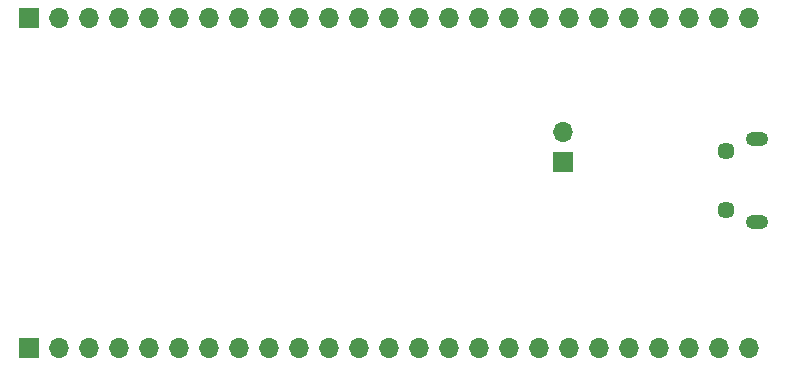
<source format=gbr>
%TF.GenerationSoftware,KiCad,Pcbnew,(5.1.9)-1*%
%TF.CreationDate,2021-12-20T00:17:31+00:00*%
%TF.ProjectId,BM83 breakout,424d3833-2062-4726-9561-6b6f75742e6b,rev?*%
%TF.SameCoordinates,Original*%
%TF.FileFunction,Soldermask,Bot*%
%TF.FilePolarity,Negative*%
%FSLAX46Y46*%
G04 Gerber Fmt 4.6, Leading zero omitted, Abs format (unit mm)*
G04 Created by KiCad (PCBNEW (5.1.9)-1) date 2021-12-20 00:17:31*
%MOMM*%
%LPD*%
G01*
G04 APERTURE LIST*
%ADD10O,1.900000X1.200000*%
%ADD11C,1.450000*%
%ADD12O,1.700000X1.700000*%
%ADD13R,1.700000X1.700000*%
G04 APERTURE END LIST*
D10*
%TO.C,J3*%
X135349500Y-94036000D03*
X135349500Y-101036000D03*
D11*
X132649500Y-95036000D03*
X132649500Y-100036000D03*
%TD*%
D12*
%TO.C,J1*%
X134620000Y-111760000D03*
X132080000Y-111760000D03*
X129540000Y-111760000D03*
X127000000Y-111760000D03*
X124460000Y-111760000D03*
X121920000Y-111760000D03*
X119380000Y-111760000D03*
X116840000Y-111760000D03*
X114300000Y-111760000D03*
X111760000Y-111760000D03*
X109220000Y-111760000D03*
X106680000Y-111760000D03*
X104140000Y-111760000D03*
X101600000Y-111760000D03*
X99060000Y-111760000D03*
X96520000Y-111760000D03*
X93980000Y-111760000D03*
X91440000Y-111760000D03*
X88900000Y-111760000D03*
X86360000Y-111760000D03*
X83820000Y-111760000D03*
X81280000Y-111760000D03*
X78740000Y-111760000D03*
X76200000Y-111760000D03*
D13*
X73660000Y-111760000D03*
%TD*%
D12*
%TO.C,JP1*%
X118872000Y-93472000D03*
D13*
X118872000Y-96012000D03*
%TD*%
D12*
%TO.C,J2*%
X134620000Y-83820000D03*
X132080000Y-83820000D03*
X129540000Y-83820000D03*
X127000000Y-83820000D03*
X124460000Y-83820000D03*
X121920000Y-83820000D03*
X119380000Y-83820000D03*
X116840000Y-83820000D03*
X114300000Y-83820000D03*
X111760000Y-83820000D03*
X109220000Y-83820000D03*
X106680000Y-83820000D03*
X104140000Y-83820000D03*
X101600000Y-83820000D03*
X99060000Y-83820000D03*
X96520000Y-83820000D03*
X93980000Y-83820000D03*
X91440000Y-83820000D03*
X88900000Y-83820000D03*
X86360000Y-83820000D03*
X83820000Y-83820000D03*
X81280000Y-83820000D03*
X78740000Y-83820000D03*
X76200000Y-83820000D03*
D13*
X73660000Y-83820000D03*
%TD*%
M02*

</source>
